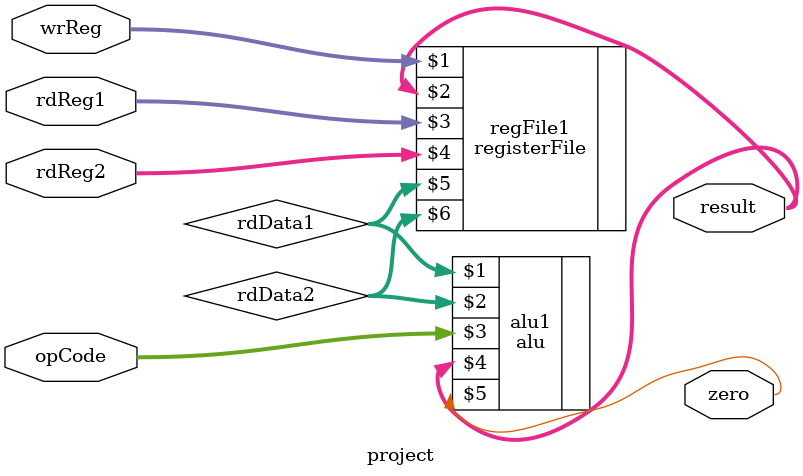
<source format=v>
module project (
	// input wrEnable, 
	input [4:0] wrReg, 
	input [4:0] rdReg1, 
	input [4:0] rdReg2,
	input [5:0] opCode,  
	output signed [31:0] result, 
	output zero
);

	wire signed [31:0] rdData1;
	wire signed [31:0] rdData2;
	
	registerFile regFile1 (wrReg, result, rdReg1, rdReg2, rdData1, rdData2);
	alu alu1 (rdData1, rdData2, opCode, result, zero);

endmodule
 
</source>
